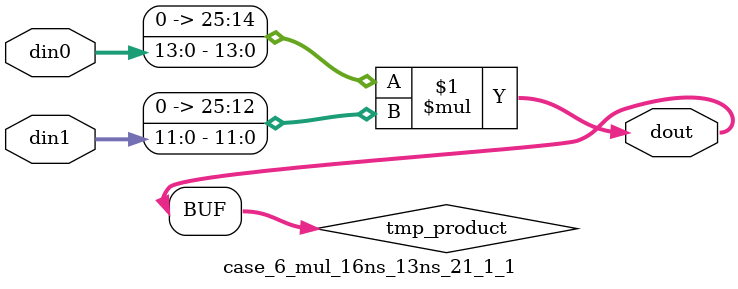
<source format=v>

`timescale 1 ns / 1 ps

 (* use_dsp = "no" *)  module case_6_mul_16ns_13ns_21_1_1(din0, din1, dout);
parameter ID = 1;
parameter NUM_STAGE = 0;
parameter din0_WIDTH = 14;
parameter din1_WIDTH = 12;
parameter dout_WIDTH = 26;

input [din0_WIDTH - 1 : 0] din0; 
input [din1_WIDTH - 1 : 0] din1; 
output [dout_WIDTH - 1 : 0] dout;

wire signed [dout_WIDTH - 1 : 0] tmp_product;
























assign tmp_product = $signed({1'b0, din0}) * $signed({1'b0, din1});











assign dout = tmp_product;





















endmodule

</source>
